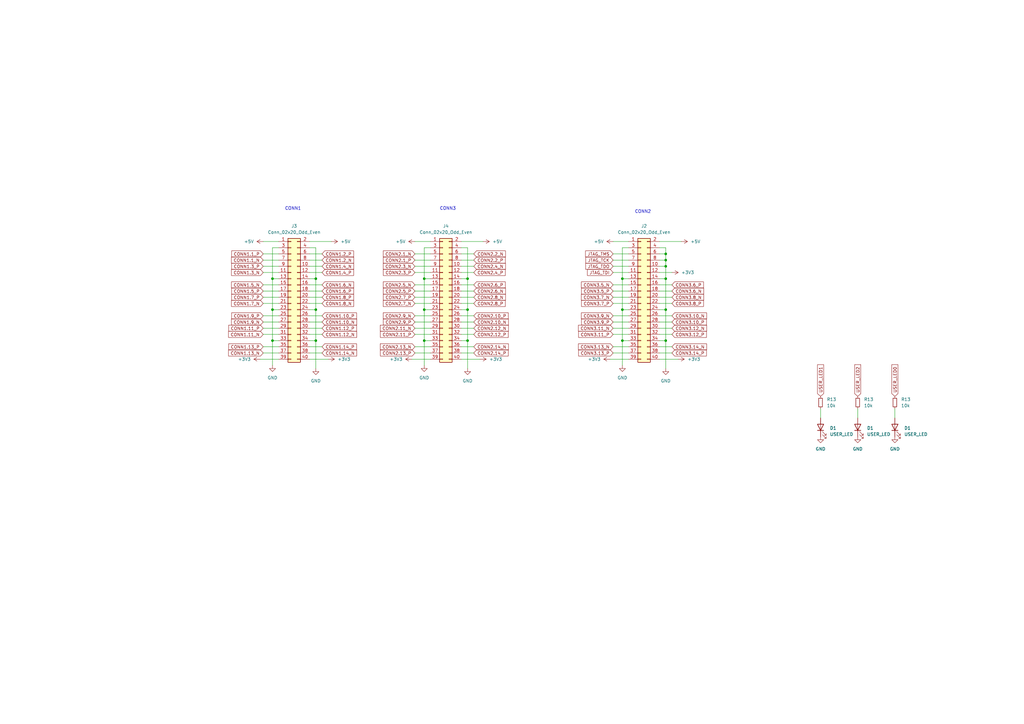
<source format=kicad_sch>
(kicad_sch (version 20230121) (generator eeschema)
  (paper "A3")
  (lib_symbols
    (symbol "Connector_Generic:Conn_02x20_Odd_Even" (pin_names (offset 1.016) hide)
      (property "Reference" "J" (at 1.27 25.4 0))
      (property "Value" "Conn_02x20_Odd_Even" (at 1.27 -27.94 0))
      (symbol "Conn_02x20_Odd_Even_1_1"
        (rectangle (start -1.27 -25.273) (end 0 -25.527) (stroke (width 0.1524)))
        (rectangle (start -1.27 -22.733) (end 0 -22.987) (stroke (width 0.1524)))
        (rectangle (start -1.27 -20.193) (end 0 -20.447) (stroke (width 0.1524)))
        (rectangle (start -1.27 -17.653) (end 0 -17.907) (stroke (width 0.1524)))
        (rectangle (start -1.27 -15.113) (end 0 -15.367) (stroke (width 0.1524)))
        (rectangle (start -1.27 -12.573) (end 0 -12.827) (stroke (width 0.1524)))
        (rectangle (start -1.27 -10.033) (end 0 -10.287) (stroke (width 0.1524)))
        (rectangle (start -1.27 -7.493) (end 0 -7.747) (stroke (width 0.1524)))
        (rectangle (start -1.27 -4.953) (end 0 -5.207) (stroke (width 0.1524)))
        (rectangle (start -1.27 -2.413) (end 0 -2.667) (stroke (width 0.1524)))
        (rectangle (start -1.27 0.127) (end 0 -0.127) (stroke (width 0.1524)))
        (rectangle (start -1.27 2.667) (end 0 2.413) (stroke (width 0.1524)))
        (rectangle (start -1.27 5.207) (end 0 4.953) (stroke (width 0.1524)))
        (rectangle (start -1.27 7.747) (end 0 7.493) (stroke (width 0.1524)))
        (rectangle (start -1.27 10.287) (end 0 10.033) (stroke (width 0.1524)))
        (rectangle (start -1.27 12.827) (end 0 12.573) (stroke (width 0.1524)))
        (rectangle (start -1.27 15.367) (end 0 15.113) (stroke (width 0.1524)))
        (rectangle (start -1.27 17.907) (end 0 17.653) (stroke (width 0.1524)))
        (rectangle (start -1.27 20.447) (end 0 20.193) (stroke (width 0.1524)))
        (rectangle (start -1.27 22.987) (end 0 22.733) (stroke (width 0.1524)))
        (rectangle (start -1.27 24.13) (end 3.81 -26.67) (stroke (width 0.254)) (fill (type background)))
        (rectangle (start 3.81 -25.273) (end 2.54 -25.527) (stroke (width 0.1524)))
        (rectangle (start 3.81 -22.733) (end 2.54 -22.987) (stroke (width 0.1524)))
        (rectangle (start 3.81 -20.193) (end 2.54 -20.447) (stroke (width 0.1524)))
        (rectangle (start 3.81 -17.653) (end 2.54 -17.907) (stroke (width 0.1524)))
        (rectangle (start 3.81 -15.113) (end 2.54 -15.367) (stroke (width 0.1524)))
        (rectangle (start 3.81 -12.573) (end 2.54 -12.827) (stroke (width 0.1524)))
        (rectangle (start 3.81 -10.033) (end 2.54 -10.287) (stroke (width 0.1524)))
        (rectangle (start 3.81 -7.493) (end 2.54 -7.747) (stroke (width 0.1524)))
        (rectangle (start 3.81 -4.953) (end 2.54 -5.207) (stroke (width 0.1524)))
        (rectangle (start 3.81 -2.413) (end 2.54 -2.667) (stroke (width 0.1524)))
        (rectangle (start 3.81 0.127) (end 2.54 -0.127) (stroke (width 0.1524)))
        (rectangle (start 3.81 2.667) (end 2.54 2.413) (stroke (width 0.1524)))
        (rectangle (start 3.81 5.207) (end 2.54 4.953) (stroke (width 0.1524)))
        (rectangle (start 3.81 7.747) (end 2.54 7.493) (stroke (width 0.1524)))
        (rectangle (start 3.81 10.287) (end 2.54 10.033) (stroke (width 0.1524)))
        (rectangle (start 3.81 12.827) (end 2.54 12.573) (stroke (width 0.1524)))
        (rectangle (start 3.81 15.367) (end 2.54 15.113) (stroke (width 0.1524)))
        (rectangle (start 3.81 17.907) (end 2.54 17.653) (stroke (width 0.1524)))
        (rectangle (start 3.81 20.447) (end 2.54 20.193) (stroke (width 0.1524)))
        (rectangle (start 3.81 22.987) (end 2.54 22.733) (stroke (width 0.1524)))
        (pin passive line (at -5.08 22.86 0) (length 3.81) (name "Pin_1") (number "1"))
        (pin passive line (at 7.62 12.7 180) (length 3.81) (name "Pin_10") (number "10"))
        (pin passive line (at -5.08 10.16 0) (length 3.81) (name "Pin_11") (number "11"))
        (pin passive line (at 7.62 10.16 180) (length 3.81) (name "Pin_12") (number "12"))
        (pin passive line (at -5.08 7.62 0) (length 3.81) (name "Pin_13") (number "13"))
        (pin passive line (at 7.62 7.62 180) (length 3.81) (name "Pin_14") (number "14"))
        (pin passive line (at -5.08 5.08 0) (length 3.81) (name "Pin_15") (number "15"))
        (pin passive line (at 7.62 5.08 180) (length 3.81) (name "Pin_16") (number "16"))
        (pin passive line (at -5.08 2.54 0) (length 3.81) (name "Pin_17") (number "17"))
        (pin passive line (at 7.62 2.54 180) (length 3.81) (name "Pin_18") (number "18"))
        (pin passive line (at -5.08 0 0) (length 3.81) (name "Pin_19") (number "19"))
        (pin passive line (at 7.62 22.86 180) (length 3.81) (name "Pin_2") (number "2"))
        (pin passive line (at 7.62 0 180) (length 3.81) (name "Pin_20") (number "20"))
        (pin passive line (at -5.08 -2.54 0) (length 3.81) (name "Pin_21") (number "21"))
        (pin passive line (at 7.62 -2.54 180) (length 3.81) (name "Pin_22") (number "22"))
        (pin passive line (at -5.08 -5.08 0) (length 3.81) (name "Pin_23") (number "23"))
        (pin passive line (at 7.62 -5.08 180) (length 3.81) (name "Pin_24") (number "24"))
        (pin passive line (at -5.08 -7.62 0) (length 3.81) (name "Pin_25") (number "25"))
        (pin passive line (at 7.62 -7.62 180) (length 3.81) (name "Pin_26") (number "26"))
        (pin passive line (at -5.08 -10.16 0) (length 3.81) (name "Pin_27") (number "27"))
        (pin passive line (at 7.62 -10.16 180) (length 3.81) (name "Pin_28") (number "28"))
        (pin passive line (at -5.08 -12.7 0) (length 3.81) (name "Pin_29") (number "29"))
        (pin passive line (at -5.08 20.32 0) (length 3.81) (name "Pin_3") (number "3"))
        (pin passive line (at 7.62 -12.7 180) (length 3.81) (name "Pin_30") (number "30"))
        (pin passive line (at -5.08 -15.24 0) (length 3.81) (name "Pin_31") (number "31"))
        (pin passive line (at 7.62 -15.24 180) (length 3.81) (name "Pin_32") (number "32"))
        (pin passive line (at -5.08 -17.78 0) (length 3.81) (name "Pin_33") (number "33"))
        (pin passive line (at 7.62 -17.78 180) (length 3.81) (name "Pin_34") (number "34"))
        (pin passive line (at -5.08 -20.32 0) (length 3.81) (name "Pin_35") (number "35"))
        (pin passive line (at 7.62 -20.32 180) (length 3.81) (name "Pin_36") (number "36"))
        (pin passive line (at -5.08 -22.86 0) (length 3.81) (name "Pin_37") (number "37"))
        (pin passive line (at 7.62 -22.86 180) (length 3.81) (name "Pin_38") (number "38"))
        (pin passive line (at -5.08 -25.4 0) (length 3.81) (name "Pin_39") (number "39"))
        (pin passive line (at 7.62 20.32 180) (length 3.81) (name "Pin_4") (number "4"))
        (pin passive line (at 7.62 -25.4 180) (length 3.81) (name "Pin_40") (number "40"))
        (pin passive line (at -5.08 17.78 0) (length 3.81) (name "Pin_5") (number "5"))
        (pin passive line (at 7.62 17.78 180) (length 3.81) (name "Pin_6") (number "6"))
        (pin passive line (at -5.08 15.24 0) (length 3.81) (name "Pin_7") (number "7"))
        (pin passive line (at 7.62 15.24 180) (length 3.81) (name "Pin_8") (number "8"))
        (pin passive line (at -5.08 12.7 0) (length 3.81) (name "Pin_9") (number "9"))
      )
    )
    (symbol "Device:LED" (pin_numbers hide) (pin_names (offset 1.016) hide)
      (property "Reference" "D" (at 0 2.54 0))
      (property "Value" "LED" (at 0 -2.54 0))
      (symbol "LED_0_1"
        (polyline (pts (xy -1.27 -1.27) (xy -1.27 1.27)) (stroke (width 0.254)))
        (polyline (pts (xy -1.27 0) (xy 1.27 0)))
        (polyline (pts (xy 1.27 -1.27) (xy 1.27 1.27) (xy -1.27 0) (xy 1.27 -1.27)) (stroke (width 0.254)))
        (polyline (pts (xy -3.048 -0.762) (xy -4.572 -2.286) (xy -3.81 -2.286) (xy -4.572 -2.286) (xy -4.572 -1.524)))
        (polyline (pts (xy -1.778 -0.762) (xy -3.302 -2.286) (xy -2.54 -2.286) (xy -3.302 -2.286) (xy -3.302 -1.524)))
      )
      (symbol "LED_1_1"
        (pin passive line (at -3.81 0 0) (length 2.54) (name "K") (number "1"))
        (pin passive line (at 3.81 0 180) (length 2.54) (name "A") (number "2"))
      )
    )
    (symbol "Device:R_Small" (pin_numbers hide) (pin_names (offset 0.254) hide)
      (property "Reference" "R" (at 0.762 0.508 0))
      (property "Value" "R_Small" (at 0.762 -1.016 0))
      (symbol "R_Small_0_1"
        (rectangle (start -0.762 1.778) (end 0.762 -1.778) (stroke (width 0.2032)))
      )
      (symbol "R_Small_1_1"
        (pin passive line (at 0 2.54 270) (length 0.762) (name "~") (number "1"))
        (pin passive line (at 0 -2.54 90) (length 0.762) (name "~") (number "2"))
      )
    )
    (symbol "power:+3V3" (power) (pin_names (offset 0))
      (property "Value" "+3V3" (at 0 3.556 0))
      (symbol "+3V3_0_1"
        (polyline (pts (xy -0.762 1.27) (xy 0 2.54)))
        (polyline (pts (xy 0 0) (xy 0 2.54)))
        (polyline (pts (xy 0 2.54) (xy 0.762 1.27)))
      )
      (symbol "+3V3_1_1"
        (pin power_in line (at 0 0 90) (length 0) hide (name "+3V3") (number "1"))
      )
    )
    (symbol "power:+5V" (power) (pin_names (offset 0))
      (property "Value" "+5V" (at 0 3.556 0))
      (symbol "+5V_0_1"
        (polyline (pts (xy -0.762 1.27) (xy 0 2.54)))
        (polyline (pts (xy 0 0) (xy 0 2.54)))
        (polyline (pts (xy 0 2.54) (xy 0.762 1.27)))
      )
      (symbol "+5V_1_1"
        (pin power_in line (at 0 0 90) (length 0) hide (name "+5V") (number "1"))
      )
    )
    (symbol "power:GND" (power) (pin_names (offset 0))
      (property "Value" "GND" (at 0 -3.81 0))
      (symbol "GND_0_1"
        (polyline (pts (xy 0 0) (xy 0 -1.27) (xy 1.27 -1.27) (xy 0 -2.54) (xy -1.27 -1.27) (xy 0 -1.27)))
      )
      (symbol "GND_1_1"
        (pin power_in line (at 0 0 270) (length 0) hide (name "GND") (number "1"))
      )
    )
  )
  (junction (at 273.05 139.7))
  (junction (at 129.54 127))
  (junction (at 129.54 114.3))
  (junction (at 191.77 139.7))
  (junction (at 173.99 114.3))
  (junction (at 255.27 139.7))
  (junction (at 111.76 114.3))
  (junction (at 173.99 127))
  (junction (at 273.05 114.3))
  (junction (at 191.77 127))
  (junction (at 255.27 127))
  (junction (at 129.54 139.7))
  (junction (at 255.27 114.3))
  (junction (at 273.05 104.14))
  (junction (at 111.76 139.7))
  (junction (at 173.99 139.7))
  (junction (at 273.05 109.22))
  (junction (at 273.05 106.68))
  (junction (at 273.05 127))
  (junction (at 191.77 114.3))
  (junction (at 111.76 127))
  (wire (pts (xy 168.91 147.32) (xy 176.53 147.32)))
  (wire (pts (xy 191.77 101.6) (xy 191.77 114.3)))
  (wire (pts (xy 257.81 101.6) (xy 255.27 101.6)))
  (wire (pts (xy 107.95 111.76) (xy 114.3 111.76)))
  (wire (pts (xy 111.76 127) (xy 114.3 127)))
  (wire (pts (xy 273.05 109.22) (xy 273.05 114.3)))
  (wire (pts (xy 251.46 106.68) (xy 257.81 106.68)))
  (wire (pts (xy 191.77 139.7) (xy 191.77 151.13)))
  (wire (pts (xy 111.76 114.3) (xy 114.3 114.3)))
  (wire (pts (xy 127 99.06) (xy 135.89 99.06)))
  (wire (pts (xy 255.27 114.3) (xy 255.27 127)))
  (wire (pts (xy 270.51 127) (xy 273.05 127)))
  (wire (pts (xy 189.23 101.6) (xy 191.77 101.6)))
  (wire (pts (xy 170.18 144.78) (xy 176.53 144.78)))
  (wire (pts (xy 127 101.6) (xy 129.54 101.6)))
  (wire (pts (xy 114.3 101.6) (xy 111.76 101.6)))
  (wire (pts (xy 170.18 99.06) (xy 176.53 99.06)))
  (wire (pts (xy 255.27 101.6) (xy 255.27 114.3)))
  (wire (pts (xy 111.76 101.6) (xy 111.76 114.3)))
  (wire (pts (xy 107.95 104.14) (xy 114.3 104.14)))
  (wire (pts (xy 127 139.7) (xy 129.54 139.7)))
  (wire (pts (xy 270.51 137.16) (xy 275.59 137.16)))
  (wire (pts (xy 191.77 114.3) (xy 191.77 127)))
  (wire (pts (xy 191.77 127) (xy 191.77 139.7)))
  (wire (pts (xy 270.51 109.22) (xy 273.05 109.22)))
  (wire (pts (xy 127 124.46) (xy 132.08 124.46)))
  (wire (pts (xy 189.23 121.92) (xy 194.31 121.92)))
  (wire (pts (xy 173.99 139.7) (xy 176.53 139.7)))
  (wire (pts (xy 278.13 147.32) (xy 270.51 147.32)))
  (wire (pts (xy 170.18 134.62) (xy 176.53 134.62)))
  (wire (pts (xy 107.95 142.24) (xy 114.3 142.24)))
  (wire (pts (xy 251.46 134.62) (xy 257.81 134.62)))
  (wire (pts (xy 127 137.16) (xy 132.08 137.16)))
  (wire (pts (xy 196.85 147.32) (xy 189.23 147.32)))
  (wire (pts (xy 107.95 124.46) (xy 114.3 124.46)))
  (wire (pts (xy 127 121.92) (xy 132.08 121.92)))
  (wire (pts (xy 127 132.08) (xy 132.08 132.08)))
  (wire (pts (xy 127 129.54) (xy 132.08 129.54)))
  (wire (pts (xy 107.95 109.22) (xy 114.3 109.22)))
  (wire (pts (xy 111.76 139.7) (xy 111.76 149.86)))
  (wire (pts (xy 251.46 109.22) (xy 257.81 109.22)))
  (wire (pts (xy 251.46 142.24) (xy 257.81 142.24)))
  (wire (pts (xy 273.05 106.68) (xy 273.05 109.22)))
  (wire (pts (xy 134.62 147.32) (xy 127 147.32)))
  (wire (pts (xy 127 114.3) (xy 129.54 114.3)))
  (wire (pts (xy 270.51 124.46) (xy 275.59 124.46)))
  (wire (pts (xy 129.54 127) (xy 129.54 139.7)))
  (wire (pts (xy 170.18 116.84) (xy 176.53 116.84)))
  (wire (pts (xy 173.99 114.3) (xy 176.53 114.3)))
  (wire (pts (xy 270.51 104.14) (xy 273.05 104.14)))
  (wire (pts (xy 170.18 142.24) (xy 176.53 142.24)))
  (wire (pts (xy 189.23 106.68) (xy 194.31 106.68)))
  (wire (pts (xy 107.95 119.38) (xy 114.3 119.38)))
  (wire (pts (xy 176.53 101.6) (xy 173.99 101.6)))
  (wire (pts (xy 189.23 109.22) (xy 194.31 109.22)))
  (wire (pts (xy 251.46 137.16) (xy 257.81 137.16)))
  (wire (pts (xy 173.99 114.3) (xy 173.99 127)))
  (wire (pts (xy 170.18 106.68) (xy 176.53 106.68)))
  (wire (pts (xy 251.46 119.38) (xy 257.81 119.38)))
  (wire (pts (xy 251.46 124.46) (xy 257.81 124.46)))
  (wire (pts (xy 270.51 99.06) (xy 279.4 99.06)))
  (wire (pts (xy 270.51 121.92) (xy 275.59 121.92)))
  (wire (pts (xy 129.54 114.3) (xy 129.54 127)))
  (wire (pts (xy 273.05 139.7) (xy 273.05 151.13)))
  (wire (pts (xy 127 109.22) (xy 132.08 109.22)))
  (wire (pts (xy 127 111.76) (xy 132.08 111.76)))
  (wire (pts (xy 189.23 111.76) (xy 194.31 111.76)))
  (wire (pts (xy 170.18 111.76) (xy 176.53 111.76)))
  (wire (pts (xy 270.51 106.68) (xy 273.05 106.68)))
  (wire (pts (xy 107.95 121.92) (xy 114.3 121.92)))
  (wire (pts (xy 127 104.14) (xy 132.08 104.14)))
  (wire (pts (xy 255.27 127) (xy 257.81 127)))
  (wire (pts (xy 273.05 101.6) (xy 273.05 104.14)))
  (wire (pts (xy 189.23 99.06) (xy 198.12 99.06)))
  (wire (pts (xy 270.51 144.78) (xy 275.59 144.78)))
  (wire (pts (xy 170.18 124.46) (xy 176.53 124.46)))
  (wire (pts (xy 270.51 114.3) (xy 273.05 114.3)))
  (wire (pts (xy 273.05 127) (xy 273.05 139.7)))
  (wire (pts (xy 189.23 137.16) (xy 194.31 137.16)))
  (wire (pts (xy 273.05 104.14) (xy 273.05 106.68)))
  (wire (pts (xy 189.23 129.54) (xy 194.31 129.54)))
  (wire (pts (xy 251.46 121.92) (xy 257.81 121.92)))
  (wire (pts (xy 189.23 139.7) (xy 191.77 139.7)))
  (wire (pts (xy 127 106.68) (xy 132.08 106.68)))
  (wire (pts (xy 255.27 127) (xy 255.27 139.7)))
  (wire (pts (xy 255.27 139.7) (xy 257.81 139.7)))
  (wire (pts (xy 173.99 127) (xy 173.99 139.7)))
  (wire (pts (xy 251.46 111.76) (xy 257.81 111.76)))
  (wire (pts (xy 189.23 127) (xy 191.77 127)))
  (wire (pts (xy 270.51 139.7) (xy 273.05 139.7)))
  (wire (pts (xy 189.23 142.24) (xy 194.31 142.24)))
  (wire (pts (xy 251.46 99.06) (xy 257.81 99.06)))
  (wire (pts (xy 251.46 129.54) (xy 257.81 129.54)))
  (wire (pts (xy 367.03 167.64) (xy 367.03 171.45)))
  (wire (pts (xy 170.18 121.92) (xy 176.53 121.92)))
  (wire (pts (xy 189.23 124.46) (xy 194.31 124.46)))
  (wire (pts (xy 111.76 114.3) (xy 111.76 127)))
  (wire (pts (xy 129.54 139.7) (xy 129.54 151.13)))
  (wire (pts (xy 189.23 119.38) (xy 194.31 119.38)))
  (wire (pts (xy 106.68 147.32) (xy 114.3 147.32)))
  (wire (pts (xy 170.18 137.16) (xy 176.53 137.16)))
  (wire (pts (xy 111.76 139.7) (xy 114.3 139.7)))
  (wire (pts (xy 173.99 101.6) (xy 173.99 114.3)))
  (wire (pts (xy 270.51 101.6) (xy 273.05 101.6)))
  (wire (pts (xy 170.18 129.54) (xy 176.53 129.54)))
  (wire (pts (xy 270.51 134.62) (xy 275.59 134.62)))
  (wire (pts (xy 189.23 114.3) (xy 191.77 114.3)))
  (wire (pts (xy 127 116.84) (xy 132.08 116.84)))
  (wire (pts (xy 250.19 147.32) (xy 257.81 147.32)))
  (wire (pts (xy 251.46 104.14) (xy 257.81 104.14)))
  (wire (pts (xy 270.51 129.54) (xy 275.59 129.54)))
  (wire (pts (xy 127 142.24) (xy 132.08 142.24)))
  (wire (pts (xy 107.95 106.68) (xy 114.3 106.68)))
  (wire (pts (xy 107.95 144.78) (xy 114.3 144.78)))
  (wire (pts (xy 107.95 134.62) (xy 114.3 134.62)))
  (wire (pts (xy 170.18 119.38) (xy 176.53 119.38)))
  (wire (pts (xy 170.18 132.08) (xy 176.53 132.08)))
  (wire (pts (xy 351.79 167.64) (xy 351.79 171.45)))
  (wire (pts (xy 127 134.62) (xy 132.08 134.62)))
  (wire (pts (xy 127 119.38) (xy 132.08 119.38)))
  (wire (pts (xy 107.95 116.84) (xy 114.3 116.84)))
  (wire (pts (xy 336.55 167.64) (xy 336.55 171.45)))
  (wire (pts (xy 127 127) (xy 129.54 127)))
  (wire (pts (xy 189.23 134.62) (xy 194.31 134.62)))
  (wire (pts (xy 107.95 132.08) (xy 114.3 132.08)))
  (wire (pts (xy 273.05 114.3) (xy 273.05 127)))
  (wire (pts (xy 173.99 139.7) (xy 173.99 149.86)))
  (wire (pts (xy 270.51 116.84) (xy 275.59 116.84)))
  (wire (pts (xy 189.23 104.14) (xy 194.31 104.14)))
  (wire (pts (xy 111.76 127) (xy 111.76 139.7)))
  (wire (pts (xy 170.18 109.22) (xy 176.53 109.22)))
  (wire (pts (xy 129.54 101.6) (xy 129.54 114.3)))
  (wire (pts (xy 251.46 144.78) (xy 257.81 144.78)))
  (wire (pts (xy 107.95 99.06) (xy 114.3 99.06)))
  (wire (pts (xy 255.27 139.7) (xy 255.27 149.86)))
  (wire (pts (xy 170.18 104.14) (xy 176.53 104.14)))
  (wire (pts (xy 251.46 132.08) (xy 257.81 132.08)))
  (wire (pts (xy 173.99 127) (xy 176.53 127)))
  (wire (pts (xy 107.95 137.16) (xy 114.3 137.16)))
  (wire (pts (xy 255.27 114.3) (xy 257.81 114.3)))
  (wire (pts (xy 270.51 111.76) (xy 275.59 111.76)))
  (wire (pts (xy 270.51 119.38) (xy 275.59 119.38)))
  (wire (pts (xy 189.23 132.08) (xy 194.31 132.08)))
  (wire (pts (xy 270.51 132.08) (xy 275.59 132.08)))
  (wire (pts (xy 107.95 129.54) (xy 114.3 129.54)))
  (wire (pts (xy 127 144.78) (xy 132.08 144.78)))
  (wire (pts (xy 189.23 144.78) (xy 194.31 144.78)))
  (wire (pts (xy 270.51 142.24) (xy 275.59 142.24)))
  (wire (pts (xy 189.23 116.84) (xy 194.31 116.84)))
  (wire (pts (xy 251.46 116.84) (xy 257.81 116.84)))
  (text "CONN1" (at 116.84 86.36 0) (effects (font (size 1.27 1.27)) (justify left bottom)))
  (text "CONN3" (at 180.34 86.36 0) (effects (font (size 1.27 1.27)) (justify left bottom)))
  (text "CONN2" (at 260.35 87.63 0) (effects (font (size 1.27 1.27)) (justify left bottom)))
  (global_label "CONN1.1_P" (shape input) (at 107.95 104.14 180) (property "Intersheetrefs" "${INTERSHEET_REFS}" (effects hide)))
  (global_label "CONN3.5_P" (shape input) (at 251.46 119.38 180) (property "Intersheetrefs" "${INTERSHEET_REFS}" (effects hide)))
  (global_label "CONN2.12_N" (shape input) (at 194.31 134.62 0) (property "Intersheetrefs" "${INTERSHEET_REFS}" (effects hide)))
  (global_label "CONN2.2_N" (shape input) (at 194.31 104.14 0) (property "Intersheetrefs" "${INTERSHEET_REFS}" (effects hide)))
  (global_label "CONN3.12_P" (shape input) (at 275.59 137.16 0) (property "Intersheetrefs" "${INTERSHEET_REFS}" (effects hide)))
  (global_label "CONN2.14_P" (shape input) (at 194.31 144.78 0) (property "Intersheetrefs" "${INTERSHEET_REFS}" (effects hide)))
  (global_label "CONN2.13_P" (shape input) (at 170.18 144.78 180) (property "Intersheetrefs" "${INTERSHEET_REFS}" (effects hide)))
  (global_label "JTAG_TCK" (shape input) (at 251.46 106.68 180) (property "Intersheetrefs" "${INTERSHEET_REFS}" (effects hide)))
  (global_label "CONN3.8_N" (shape input) (at 275.59 121.92 0) (property "Intersheetrefs" "${INTERSHEET_REFS}" (effects hide)))
  (global_label "CONN1.14_N" (shape input) (at 132.08 144.78 0) (property "Intersheetrefs" "${INTERSHEET_REFS}" (effects hide)))
  (global_label "CONN3.11_N" (shape input) (at 251.46 134.62 180) (property "Intersheetrefs" "${INTERSHEET_REFS}" (effects hide)))
  (global_label "CONN1.2_P" (shape input) (at 132.08 104.14 0) (property "Intersheetrefs" "${INTERSHEET_REFS}" (effects hide)))
  (global_label "CONN2.6_P" (shape input) (at 194.31 116.84 0) (property "Intersheetrefs" "${INTERSHEET_REFS}" (effects hide)))
  (global_label "CONN3.14_N" (shape input) (at 275.59 142.24 0) (property "Intersheetrefs" "${INTERSHEET_REFS}" (effects hide)))
  (global_label "CONN3.5_N" (shape input) (at 251.46 116.84 180) (property "Intersheetrefs" "${INTERSHEET_REFS}" (effects hide)))
  (global_label "CONN1.4_N" (shape input) (at 132.08 109.22 0) (property "Intersheetrefs" "${INTERSHEET_REFS}" (effects hide)))
  (global_label "CONN1.3_P" (shape input) (at 107.95 109.22 180) (property "Intersheetrefs" "${INTERSHEET_REFS}" (effects hide)))
  (global_label "CONN1.11_P" (shape input) (at 107.95 134.62 180) (property "Intersheetrefs" "${INTERSHEET_REFS}" (effects hide)))
  (global_label "CONN2.14_N" (shape input) (at 194.31 142.24 0) (property "Intersheetrefs" "${INTERSHEET_REFS}" (effects hide)))
  (global_label "CONN1.7_N" (shape input) (at 107.95 124.46 180) (property "Intersheetrefs" "${INTERSHEET_REFS}" (effects hide)))
  (global_label "CONN3.6_N" (shape input) (at 275.59 119.38 0) (property "Intersheetrefs" "${INTERSHEET_REFS}" (effects hide)))
  (global_label "CONN2.3_N" (shape input) (at 170.18 109.22 180) (property "Intersheetrefs" "${INTERSHEET_REFS}" (effects hide)))
  (global_label "CONN2.10_P" (shape input) (at 194.31 129.54 0) (property "Intersheetrefs" "${INTERSHEET_REFS}" (effects hide)))
  (global_label "CONN1.3_N" (shape input) (at 107.95 111.76 180) (property "Intersheetrefs" "${INTERSHEET_REFS}" (effects hide)))
  (global_label "CONN2.10_N" (shape input) (at 194.31 132.08 0) (property "Intersheetrefs" "${INTERSHEET_REFS}" (effects hide)))
  (global_label "JTAG_TDI" (shape input) (at 251.46 111.76 180) (property "Intersheetrefs" "${INTERSHEET_REFS}" (effects hide)))
  (global_label "CONN1.14_P" (shape input) (at 132.08 142.24 0) (property "Intersheetrefs" "${INTERSHEET_REFS}" (effects hide)))
  (global_label "USER_LED0" (shape input) (at 367.03 162.56 90) (property "Intersheetrefs" "${INTERSHEET_REFS}" (effects hide)))
  (global_label "CONN3.7_N" (shape input) (at 251.46 121.92 180) (property "Intersheetrefs" "${INTERSHEET_REFS}" (effects hide)))
  (global_label "CONN2.7_P" (shape input) (at 170.18 121.92 180) (property "Intersheetrefs" "${INTERSHEET_REFS}" (effects hide)))
  (global_label "CONN3.10_P" (shape input) (at 275.59 132.08 0) (property "Intersheetrefs" "${INTERSHEET_REFS}" (effects hide)))
  (global_label "CONN1.13_P" (shape input) (at 107.95 142.24 180) (property "Intersheetrefs" "${INTERSHEET_REFS}" (effects hide)))
  (global_label "CONN3.11_P" (shape input) (at 251.46 137.16 180) (property "Intersheetrefs" "${INTERSHEET_REFS}" (effects hide)))
  (global_label "CONN2.5_N" (shape input) (at 170.18 116.84 180) (property "Intersheetrefs" "${INTERSHEET_REFS}" (effects hide)))
  (global_label "CONN3.9_N" (shape input) (at 251.46 129.54 180) (property "Intersheetrefs" "${INTERSHEET_REFS}" (effects hide)))
  (global_label "CONN2.1_P" (shape input) (at 170.18 106.68 180) (property "Intersheetrefs" "${INTERSHEET_REFS}" (effects hide)))
  (global_label "CONN1.7_P" (shape input) (at 107.95 121.92 180) (property "Intersheetrefs" "${INTERSHEET_REFS}" (effects hide)))
  (global_label "CONN1.8_P" (shape input) (at 132.08 121.92 0) (property "Intersheetrefs" "${INTERSHEET_REFS}" (effects hide)))
  (global_label "CONN1.1_N" (shape input) (at 107.95 106.68 180) (property "Intersheetrefs" "${INTERSHEET_REFS}" (effects hide)))
  (global_label "CONN3.13_P" (shape input) (at 251.46 144.78 180) (property "Intersheetrefs" "${INTERSHEET_REFS}" (effects hide)))
  (global_label "USER_LED2" (shape input) (at 351.79 162.56 90) (property "Intersheetrefs" "${INTERSHEET_REFS}" (effects hide)))
  (global_label "CONN1.11_N" (shape input) (at 107.95 137.16 180) (property "Intersheetrefs" "${INTERSHEET_REFS}" (effects hide)))
  (global_label "CONN2.8_P" (shape input) (at 194.31 124.46 0) (property "Intersheetrefs" "${INTERSHEET_REFS}" (effects hide)))
  (global_label "JTAG_TMS" (shape input) (at 251.46 104.14 180) (property "Intersheetrefs" "${INTERSHEET_REFS}" (effects hide)))
  (global_label "CONN1.4_P" (shape input) (at 132.08 111.76 0) (property "Intersheetrefs" "${INTERSHEET_REFS}" (effects hide)))
  (global_label "CONN3.10_N" (shape input) (at 275.59 129.54 0) (property "Intersheetrefs" "${INTERSHEET_REFS}" (effects hide)))
  (global_label "CONN1.10_P" (shape input) (at 132.08 129.54 0) (property "Intersheetrefs" "${INTERSHEET_REFS}" (effects hide)))
  (global_label "CONN2.3_P" (shape input) (at 170.18 111.76 180) (property "Intersheetrefs" "${INTERSHEET_REFS}" (effects hide)))
  (global_label "CONN1.6_P" (shape input) (at 132.08 119.38 0) (property "Intersheetrefs" "${INTERSHEET_REFS}" (effects hide)))
  (global_label "CONN3.8_P" (shape input) (at 275.59 124.46 0) (property "Intersheetrefs" "${INTERSHEET_REFS}" (effects hide)))
  (global_label "CONN3.14_P" (shape input) (at 275.59 144.78 0) (property "Intersheetrefs" "${INTERSHEET_REFS}" (effects hide)))
  (global_label "CONN1.6_N" (shape input) (at 132.08 116.84 0) (property "Intersheetrefs" "${INTERSHEET_REFS}" (effects hide)))
  (global_label "CONN2.5_P" (shape input) (at 170.18 119.38 180) (property "Intersheetrefs" "${INTERSHEET_REFS}" (effects hide)))
  (global_label "CONN2.9_P" (shape input) (at 170.18 132.08 180) (property "Intersheetrefs" "${INTERSHEET_REFS}" (effects hide)))
  (global_label "CONN3.13_N" (shape input) (at 251.46 142.24 180) (property "Intersheetrefs" "${INTERSHEET_REFS}" (effects hide)))
  (global_label "USER_LED1" (shape input) (at 336.55 162.56 90) (property "Intersheetrefs" "${INTERSHEET_REFS}" (effects hide)))
  (global_label "CONN2.12_P" (shape input) (at 194.31 137.16 0) (property "Intersheetrefs" "${INTERSHEET_REFS}" (effects hide)))
  (global_label "CONN2.11_N" (shape input) (at 170.18 134.62 180) (property "Intersheetrefs" "${INTERSHEET_REFS}" (effects hide)))
  (global_label "CONN1.2_N" (shape input) (at 132.08 106.68 0) (property "Intersheetrefs" "${INTERSHEET_REFS}" (effects hide)))
  (global_label "CONN2.9_N" (shape input) (at 170.18 129.54 180) (property "Intersheetrefs" "${INTERSHEET_REFS}" (effects hide)))
  (global_label "CONN2.11_P" (shape input) (at 170.18 137.16 180) (property "Intersheetrefs" "${INTERSHEET_REFS}" (effects hide)))
  (global_label "CONN1.9_P" (shape input) (at 107.95 129.54 180) (property "Intersheetrefs" "${INTERSHEET_REFS}" (effects hide)))
  (global_label "CONN1.12_N" (shape input) (at 132.08 137.16 0) (property "Intersheetrefs" "${INTERSHEET_REFS}" (effects hide)))
  (global_label "CONN3.9_P" (shape input) (at 251.46 132.08 180) (property "Intersheetrefs" "${INTERSHEET_REFS}" (effects hide)))
  (global_label "CONN2.13_N" (shape input) (at 170.18 142.24 180) (property "Intersheetrefs" "${INTERSHEET_REFS}" (effects hide)))
  (global_label "JTAG_TDO" (shape input) (at 251.46 109.22 180) (property "Intersheetrefs" "${INTERSHEET_REFS}" (effects hide)))
  (global_label "CONN2.2_P" (shape input) (at 194.31 106.68 0) (property "Intersheetrefs" "${INTERSHEET_REFS}" (effects hide)))
  (global_label "CONN3.7_P" (shape input) (at 251.46 124.46 180) (property "Intersheetrefs" "${INTERSHEET_REFS}" (effects hide)))
  (global_label "CONN3.6_P" (shape input) (at 275.59 116.84 0) (property "Intersheetrefs" "${INTERSHEET_REFS}" (effects hide)))
  (global_label "CONN1.9_N" (shape input) (at 107.95 132.08 180) (property "Intersheetrefs" "${INTERSHEET_REFS}" (effects hide)))
  (global_label "CONN1.8_N" (shape input) (at 132.08 124.46 0) (property "Intersheetrefs" "${INTERSHEET_REFS}" (effects hide)))
  (global_label "CONN1.12_P" (shape input) (at 132.08 134.62 0) (property "Intersheetrefs" "${INTERSHEET_REFS}" (effects hide)))
  (global_label "CONN1.10_N" (shape input) (at 132.08 132.08 0) (property "Intersheetrefs" "${INTERSHEET_REFS}" (effects hide)))
  (global_label "CONN2.4_N" (shape input) (at 194.31 109.22 0) (property "Intersheetrefs" "${INTERSHEET_REFS}" (effects hide)))
  (global_label "CONN2.6_N" (shape input) (at 194.31 119.38 0) (property "Intersheetrefs" "${INTERSHEET_REFS}" (effects hide)))
  (global_label "CONN2.4_P" (shape input) (at 194.31 111.76 0) (property "Intersheetrefs" "${INTERSHEET_REFS}" (effects hide)))
  (global_label "CONN2.7_N" (shape input) (at 170.18 124.46 180) (property "Intersheetrefs" "${INTERSHEET_REFS}" (effects hide)))
  (global_label "CONN2.1_N" (shape input) (at 170.18 104.14 180) (property "Intersheetrefs" "${INTERSHEET_REFS}" (effects hide)))
  (global_label "CONN3.12_N" (shape input) (at 275.59 134.62 0) (property "Intersheetrefs" "${INTERSHEET_REFS}" (effects hide)))
  (global_label "CONN1.13_N" (shape input) (at 107.95 144.78 180) (property "Intersheetrefs" "${INTERSHEET_REFS}" (effects hide)))
  (global_label "CONN1.5_N" (shape input) (at 107.95 116.84 180) (property "Intersheetrefs" "${INTERSHEET_REFS}" (effects hide)))
  (global_label "CONN2.8_N" (shape input) (at 194.31 121.92 0) (property "Intersheetrefs" "${INTERSHEET_REFS}" (effects hide)))
  (global_label "CONN1.5_P" (shape input) (at 107.95 119.38 180) (property "Intersheetrefs" "${INTERSHEET_REFS}" (effects hide)))
  (symbol (lib_id "power:GND") (at 111.76 149.86 0) (unit 1)
    (property "Reference" "#PWR059" (effects hide))
    (property "Value" "GND" (at 111.76 154.94 0))
  )
  (symbol (lib_id "power:GND") (at 129.54 151.13 0) (unit 1)
    (property "Reference" "#PWR060" (effects hide))
    (property "Value" "GND" (at 129.54 156.21 0))
  )
  (symbol (lib_id "power:+5V") (at 135.89 99.06 270) (unit 1)
    (property "Reference" "#PWR063" (effects hide))
    (property "Value" "+5V" (at 139.7 99.06 90) (effects (justify left)))
    (instances (project "som_fpga" (path "" (reference "#PWR063") (unit 1)) (path "" (reference "#PWR068") (unit 1))))
  )
  (symbol (lib_id "power:+3V3") (at 275.59 111.76 270) (unit 1)
    (property "Reference" "#PWR083" (effects hide))
    (property "Value" "+3V3" (at 279.4 111.76 90) (effects (justify left)))
  )
  (symbol (lib_id "power:GND") (at 273.05 151.13 0) (unit 1)
    (property "Reference" "#PWR065" (effects hide))
    (property "Value" "GND" (at 273.05 156.21 0))
  )
  (symbol (lib_id "power:+5V") (at 279.4 99.06 270) (unit 1)
    (property "Reference" "#PWR063" (effects hide))
    (property "Value" "+5V" (at 283.21 99.06 90) (effects (justify left)))
    (instances (project "som_fpga" (path "" (reference "#PWR063") (unit 1)) (path "" (reference "#PWR081") (unit 1))))
  )
  (symbol (lib_id "power:+5V") (at 170.18 99.06 90) (unit 1)
    (property "Reference" "#PWR063" (effects hide))
    (property "Value" "+5V" (at 166.37 99.06 90) (effects (justify left)))
    (instances (project "som_fpga" (path "" (reference "#PWR063") (unit 1)) (path "" (reference "#PWR070") (unit 1))))
  )
  (symbol (lib_id "power:GND") (at 255.27 149.86 0) (unit 1)
    (property "Reference" "#PWR082" (effects hide))
    (property "Value" "GND" (at 255.27 154.94 0))
  )
  (symbol (lib_id "power:+3V3") (at 250.19 147.32 90) (unit 1)
    (property "Reference" "#PWR061" (effects hide))
    (property "Value" "+3V3" (at 246.38 147.32 90) (effects (justify left)))
  )
  (symbol (lib_id "Device:LED") (at 336.55 175.26 90) (unit 1)
    (property "Reference" "D1" (at 340.36 175.5775 90) (effects (justify right)))
    (property "Value" "USER_LED" (at 340.36 178.1175 90) (effects (justify right)))
    (property "Footprint" "LED_SMD:LED_0603_1608Metric" (effects hide))
    (property "JLCPCB" "C40378" (effects hide))
    (instances (project "som_fpga" (path "" (reference "D1") (unit 1)) (path "" (reference "D2") (unit 1)) (path "" (reference "D3") (unit 1)) (path "" (reference "D3") (unit 1))))
  )
  (symbol (lib_id "Connector_Generic:Conn_02x20_Odd_Even") (at 119.38 121.92 0) (unit 1)
    (property "Reference" "J3" (at 120.65 92.71 0))
    (property "Value" "Conn_02x20_Odd_Even" (at 120.65 95.25 0))
    (property "Footprint" "samtec:SAMTEC_TFM-120-02-S-D-A" (effects hide))
    (property "JLCPCB" "C2881867" (effects hide))
  )
  (symbol (lib_id "power:GND") (at 336.55 179.07 0) (unit 1)
    (property "Reference" "#PWR048" (effects hide))
    (property "Value" "GND" (at 336.55 184.15 0))
    (instances (project "som_fpga" (path "" (reference "#PWR048") (unit 1)) (path "" (reference "#PWR062") (unit 1)) (path "" (reference "#PWR078") (unit 1)) (path "" (reference "#PWR050") (unit 1))))
  )
  (symbol (lib_id "Device:LED") (at 367.03 175.26 90) (unit 1)
    (property "Reference" "D1" (at 370.84 175.5775 90) (effects (justify right)))
    (property "Value" "USER_LED" (at 370.84 178.1175 90) (effects (justify right)))
    (property "Footprint" "LED_SMD:LED_0603_1608Metric" (effects hide))
    (property "JLCPCB" "C40378" (effects hide))
    (instances (project "som_fpga" (path "" (reference "D1") (unit 1)) (path "" (reference "D2") (unit 1)) (path "" (reference "D5") (unit 1)) (path "" (reference "D5") (unit 1))))
  )
  (symbol (lib_id "power:GND") (at 351.79 179.07 0) (unit 1)
    (property "Reference" "#PWR048" (effects hide))
    (property "Value" "GND" (at 351.79 184.15 0))
    (instances (project "som_fpga" (path "" (reference "#PWR048") (unit 1)) (path "" (reference "#PWR062") (unit 1)) (path "" (reference "#PWR080") (unit 1)) (path "" (reference "#PWR078") (unit 1))))
  )
  (symbol (lib_id "power:+3V3") (at 168.91 147.32 90) (unit 1)
    (property "Reference" "#PWR069" (effects hide))
    (property "Value" "+3V3" (at 165.1 147.32 90) (effects (justify left)))
  )
  (symbol (lib_id "power:+5V") (at 251.46 99.06 90) (unit 1)
    (property "Reference" "#PWR063" (effects hide))
    (property "Value" "+5V" (at 247.65 99.06 90) (effects (justify left)))
    (instances (project "som_fpga" (path "" (reference "#PWR063") (unit 1)) (path "" (reference "#PWR064") (unit 1))))
  )
  (symbol (lib_id "power:GND") (at 173.99 149.86 0) (unit 1)
    (property "Reference" "#PWR071" (effects hide))
    (property "Value" "GND" (at 173.99 154.94 0))
  )
  (symbol (lib_id "Device:R_Small") (at 351.79 165.1 0) (unit 1)
    (property "Reference" "R13" (at 354.33 163.83 0) (effects (justify left)))
    (property "Value" "10k" (at 354.33 166.37 0) (effects (justify left)))
    (property "Footprint" "Resistor_SMD:R_0402_1005Metric" (effects hide))
    (property "JLCPCB" "C328298" (effects hide))
    (instances (project "som_fpga" (path "" (reference "R13") (unit 1)) (path "" (reference "R14") (unit 1)) (path "" (reference "R14") (unit 1))))
  )
  (symbol (lib_id "Device:R_Small") (at 336.55 165.1 0) (unit 1)
    (property "Reference" "R13" (at 339.09 163.83 0) (effects (justify left)))
    (property "Value" "10k" (at 339.09 166.37 0) (effects (justify left)))
    (property "Footprint" "Resistor_SMD:R_0402_1005Metric" (effects hide))
    (property "JLCPCB" "C328298" (effects hide))
    (instances (project "som_fpga" (path "" (reference "R13") (unit 1)) (path "" (reference "R12") (unit 1)) (path "" (reference "R12") (unit 1))))
  )
  (symbol (lib_id "power:+5V") (at 107.95 99.06 90) (unit 1)
    (property "Reference" "#PWR063" (effects hide))
    (property "Value" "+5V" (at 104.14 99.06 90) (effects (justify left)))
    (instances (project "som_fpga" (path "" (reference "#PWR063") (unit 1)) (path "" (reference "#PWR066") (unit 1))))
  )
  (symbol (lib_id "Device:R_Small") (at 367.03 165.1 0) (unit 1)
    (property "Reference" "R13" (at 369.57 163.83 0) (effects (justify left)))
    (property "Value" "10k" (at 369.57 166.37 0) (effects (justify left)))
    (property "Footprint" "Resistor_SMD:R_0402_1005Metric" (effects hide))
    (property "JLCPCB" "C328298" (effects hide))
    (instances (project "som_fpga" (path "" (reference "R13") (unit 1)) (path "" (reference "R19") (unit 1)) (path "" (reference "R19") (unit 1))))
  )
  (symbol (lib_id "Connector_Generic:Conn_02x20_Odd_Even") (at 262.89 121.92 0) (unit 1)
    (property "Reference" "J2" (at 264.16 92.71 0))
    (property "Value" "Conn_02x20_Odd_Even" (at 264.16 95.25 0))
    (property "Footprint" "samtec:SAMTEC_TFM-120-02-S-D-A" (effects hide))
    (property "JLCPCB" "C2881867" (effects hide))
  )
  (symbol (lib_id "power:+3V3") (at 134.62 147.32 270) (unit 1)
    (property "Reference" "#PWR073" (effects hide))
    (property "Value" "+3V3" (at 138.43 147.32 90) (effects (justify left)))
  )
  (symbol (lib_id "power:GND") (at 191.77 151.13 0) (unit 1)
    (property "Reference" "#PWR06" (effects hide))
    (property "Value" "GND" (at 191.77 156.21 0))
  )
  (symbol (lib_id "Connector_Generic:Conn_02x20_Odd_Even") (at 181.61 121.92 0) (unit 1)
    (property "Reference" "J4" (at 182.88 92.71 0))
    (property "Value" "Conn_02x20_Odd_Even" (at 182.88 95.25 0))
    (property "Footprint" "samtec:SAMTEC_TFM-120-02-S-D-A" (effects hide))
    (property "JLCPCB" "C2881867" (effects hide))
  )
  (symbol (lib_id "power:+3V3") (at 278.13 147.32 270) (unit 1)
    (property "Reference" "#PWR079" (effects hide))
    (property "Value" "+3V3" (at 281.94 147.32 90) (effects (justify left)))
  )
  (symbol (lib_id "power:+3V3") (at 106.68 147.32 90) (unit 1)
    (property "Reference" "#PWR072" (effects hide))
    (property "Value" "+3V3" (at 102.87 147.32 90) (effects (justify left)))
  )
  (symbol (lib_id "Device:LED") (at 351.79 175.26 90) (unit 1)
    (property "Reference" "D1" (at 355.6 175.5775 90) (effects (justify right)))
    (property "Value" "USER_LED" (at 355.6 178.1175 90) (effects (justify right)))
    (property "Footprint" "LED_SMD:LED_0603_1608Metric" (effects hide))
    (property "JLCPCB" "C40378" (effects hide))
    (instances (project "som_fpga" (path "" (reference "D1") (unit 1)) (path "" (reference "D2") (unit 1)) (path "" (reference "D4") (unit 1)) (path "" (reference "D4") (unit 1))))
  )
  (symbol (lib_id "power:+5V") (at 198.12 99.06 270) (unit 1)
    (property "Reference" "#PWR063" (effects hide))
    (property "Value" "+5V" (at 201.93 99.06 90) (effects (justify left)))
    (instances (project "som_fpga" (path "" (reference "#PWR063") (unit 1)) (path "" (reference "#PWR067") (unit 1))))
  )
  (symbol (lib_id "power:GND") (at 367.03 179.07 0) (unit 1)
    (property "Reference" "#PWR048" (effects hide))
    (property "Value" "GND" (at 367.03 184.15 0))
    (instances (project "som_fpga" (path "" (reference "#PWR048") (unit 1)) (path "" (reference "#PWR062") (unit 1)) (path "" (reference "#PWR050") (unit 1)) (path "" (reference "#PWR080") (unit 1))))
  )
  (symbol (lib_id "power:+3V3") (at 196.85 147.32 270) (unit 1)
    (property "Reference" "#PWR058" (effects hide))
    (property "Value" "+3V3" (at 200.66 147.32 90) (effects (justify left)))
  )
)
</source>
